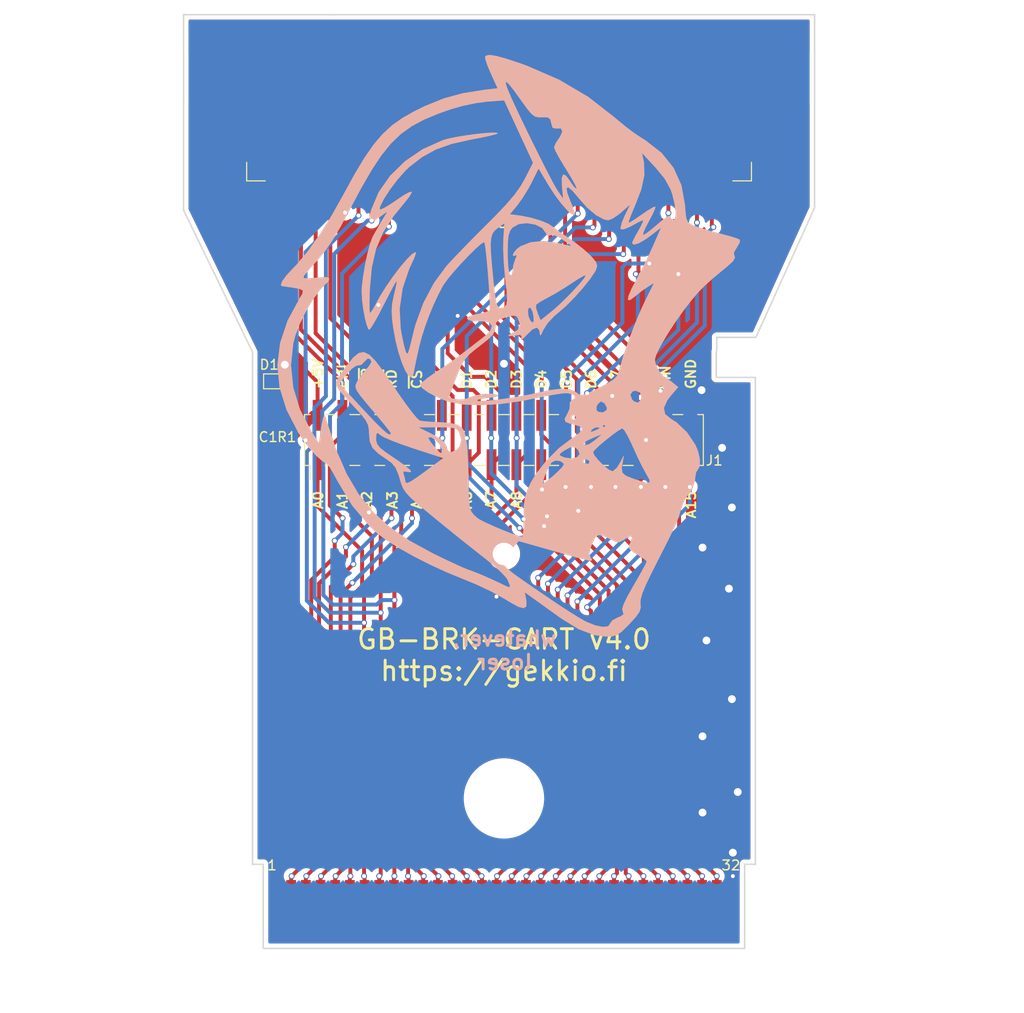
<source format=kicad_pcb>
(kicad_pcb (version 20211014) (generator pcbnew)
  (title_block (title "GB-BRK-CART") (rev "v4.0") (company "https://gekkio.fi"))
  (layers (0 "F.Cu" signal) (31 "B.Cu" signal) (34 "B.Paste" user) (35 "F.Paste" user) (36 "B.SilkS" user "B.Silkscreen") (37 "F.SilkS" user "F.Silkscreen") (38 "B.Mask" user) (39 "F.Mask" user) (44 "Edge.Cuts" user))
  (net 0 "")
  (net 1 "+5V")
  (net 2 "GND")
  (net 3 "Net-(D1-Pad2)")
  (net 4 "/A0")
  (net 5 "/PHI")
  (net 6 "/A1")
  (net 7 "/A2")
  (net 8 "/A3")
  (net 9 "/A4")
  (net 10 "/D0")
  (net 11 "/A5")
  (net 12 "/D1")
  (net 13 "/A6")
  (net 14 "/D2")
  (net 15 "/A7")
  (net 16 "/D3")
  (net 17 "/A8")
  (net 18 "/D4")
  (net 19 "/A9")
  (net 20 "/D5")
  (net 21 "/A10")
  (net 22 "/D6")
  (net 23 "/A11")
  (net 24 "/D7")
  (net 25 "/A12")
  (net 26 "/A13")
  (net 27 "/VIN")
  (net 28 "/A14")
  (net 29 "/A15")
  (net 30 "/~{RES}")
  (net 31 "/~{CS}")
  (net 32 "/~{RD}")
  (net 33 "/~{WR}")
  (footprint "Gekkio_MountingHole:MountingHole_7.2mm" (layer "F.Cu") (at 100 84.65)
    (fp_text reference "MK1" hide)
    (fp_text value "DNF" hide)
  )
  (footprint "Gekkio_MountingHole:MountingHole_2.3mm" (layer "F.Cu") (at 100 59.65)
    (fp_text reference "MK2" hide)
    (fp_text value "DNF" hide)
  )
  (footprint "Connector_PinHeader_2.54mm:PinHeader_2x16_P2.54mm_Vertical_SMD" (layer "F.Cu") (at 100 48 90)
    (fp_text reference "J1")
    (fp_text value "Conn_02x16_Odd_Even" hide)
  )
  (footprint "Resistor_SMD:R_0603_1608Metric" (layer "F.Cu") (at 77.8 45.2 90)
    (fp_text reference "R1")
    (fp_text value "3.3k")
  )
  (footprint "Gekkio_Connector_PCBEdge:GameBoy_Cartridge_1x32_P1.50mm_Edge" (layer "F.Cu") (at 100 96)
    (fp_text reference "J2" hide)
    (fp_text value "DNF" hide)
  )
  (footprint "Capacitor_SMD:C_0603_1608Metric" (layer "F.Cu") (at 75.9 45.2 90)
    (fp_text reference "C1")
    (fp_text value "0.1uF")
  )
  (footprint "LED_SMD:LED_0603_1608Metric" (layer "F.Cu") (at 76.9 42)
    (fp_text reference "D1")
    (fp_text value "LED_R")
  )
  (footprint "interposer:GameBoy_Cartridge_DSLite_1x32_P1.50mm_Socket_Horizontal" (layer "F.Cu") (at 99.5 16.25)
    (fp_text reference "J3")
    (fp_text value "DNF")
  )
  (footprint "interposer:loona" (layer "B.Cu") (at 99.89 38.48 180)
    (fp_text reference "G***")
    (fp_text value "LOGO" hide)
  )
  (gr_line (start 74.3 91.4) (end 74.3 39) (layer "Edge.Cuts") (width 0.15))
  (gr_line (start 67.25 4.5) (end 82.25 4.5) (layer "Edge.Cuts") (width 0.15))
  (gr_line (start 121.7 39) (end 121.75 38.75) (layer "Edge.Cuts") (width 0.15))
  (gr_line (start 121.75 38.75) (end 121.75 37.5) (layer "Edge.Cuts") (width 0.15))
  (gr_line (start 125.7 91.4) (end 125.7 41.6) (layer "Edge.Cuts") (width 0.15))
  (gr_line (start 75.4 100) (end 124.6 100) (layer "Edge.Cuts") (width 0.15))
  (gr_line (start 131.75 4.5) (end 131.25 4.5) (layer "Edge.Cuts") (width 0.15))
  (gr_line (start 131.75 24.25) (end 131.75 9.5) (layer "Edge.Cuts") (width 0.15))
  (gr_line (start 125.75 37.5) (end 131.75 24.25) (layer "Edge.Cuts") (width 0.15))
  (gr_line (start 124.6 100) (end 124.6 91.4) (layer "Edge.Cuts") (width 0.15))
  (gr_line (start 121.7 39) (end 121.7 41.6) (layer "Edge.Cuts") (width 0.15))
  (gr_line (start 124.6 91.4) (end 125.7 91.4) (layer "Edge.Cuts") (width 0.15))
  (gr_line (start 121.75 37.5) (end 125.75 37.5) (layer "Edge.Cuts") (width 0.15))
  (gr_line (start 125.7 41.6) (end 121.7 41.6) (layer "Edge.Cuts") (width 0.15))
  (gr_line (start 67.25 24.5) (end 67.25 4.5) (layer "Edge.Cuts") (width 0.15))
  (gr_line (start 75.4 91.4) (end 74.3 91.4) (layer "Edge.Cuts") (width 0.15))
  (gr_line (start 75.4 100) (end 75.4 91.4) (layer "Edge.Cuts") (width 0.15))
  (gr_line (start 131.75 9.5) (end 131.75 4.5) (layer "Edge.Cuts") (width 0.15))
  (gr_line (start 74.3 39) (end 67.25 24.5) (layer "Edge.Cuts") (width 0.15))
  (gr_line (start 82.25 4.5) (end 131.25 4.5) (layer "Edge.Cuts") (width 0.15))
  (gr_text "whatever,\nloser" (at 100.08 69.53) (layer "B.SilkS") (effects (font (size 1.5 1.5) (thickness 0.3)) (justify mirror)))
  (gr_text "~{RD}" (at 88.5 42.9 90) (layer "F.SilkS") (effects (font (size 1 1) (thickness 0.2)) (justify left)))
  (gr_text "~{CS}" (at 91.1 42.9 90) (layer "F.SilkS") (effects (font (size 1 1) (thickness 0.2)) (justify left)))
  (gr_text "D0" (at 93.6 42.9 90) (layer "F.SilkS") (effects (font (size 1 1) (thickness 0.2)) (justify left)))
  (gr_text "D1" (at 96.2 42.9 90) (layer "F.SilkS") (effects (font (size 1 1) (thickness 0.2)) (justify left)))
  (gr_text "D2" (at 98.7 42.9 90) (layer "F.SilkS") (effects (font (size 1 1) (thickness 0.2)) (justify left)))
  (gr_text "D3" (at 101.3 42.9 90) (layer "F.SilkS") (effects (font (size 1 1) (thickness 0.2)) (justify left)))
  (gr_text "D4" (at 103.8 42.9 90) (layer "F.SilkS") (effects (font (size 1 1) (thickness 0.2)) (justify left)))
  (gr_text "D5" (at 106.4 42.9 90) (layer "F.SilkS") (effects (font (size 1 1) (thickness 0.2)) (justify left)))
  (gr_text "D6" (at 108.9 42.9 90) (layer "F.SilkS") (effects (font (size 1 1) (thickness 0.2)) (justify left)))
  (gr_text "D7" (at 111.5 42.9 90) (layer "F.SilkS") (effects (font (size 1 1) (thickness 0.2)) (justify left)))
  (gr_text "~{RES}" (at 114 42.9 90) (layer "F.SilkS") (effects (font (size 1 1) (thickness 0.2)) (justify left)))
  (gr_text "VIN" (at 116.5 42.9 90) (layer "F.SilkS") (effects (font (size 1 1) (thickness 0.2)) (justify left)))
  (gr_text "GB-BRK-CART v4.0\nhttps://gekkio.fi" (at 100 70) (layer "F.SilkS") (effects (font (size 2 2) (thickness 0.3))))
  (gr_text "GND" (at 119.1 42.9 90) (layer "F.SilkS") (effects (font (size 1 1) (thickness 0.2)) (justify left)))
  (gr_text "A8" (at 101.3 53.1 90) (layer "F.SilkS") (effects (font (size 1 1) (thickness 0.2)) (justify right)))
  (gr_text "A6" (at 96.2 53.1 90) (layer "F.SilkS") (effects (font (size 1 1) (thickness 0.2)) (justify right)))
  (gr_text "A12" (at 111.4 53.1 90) (layer "F.SilkS") (effects (font (size 1 1) (thickness 0.2)) (justify right)))
  (gr_text "+5V" (at 81 42.9 90) (layer "F.SilkS") (effects (font (size 1 1) (thickness 0.2)) (justify left)))
  (gr_text "A13" (at 114 53.1 90) (layer "F.SilkS") (effects (font (size 1 1) (thickness 0.2)) (justify right)))
  (gr_text "A10" (at 106.3 53.1 90) (layer "F.SilkS") (effects (font (size 1 1) (thickness 0.2)) (justify right)))
  (gr_text "A14" (at 116.5 53.1 90) (layer "F.SilkS") (effects (font (size 1 1) (thickness 0.2)) (justify right)))
  (gr_text "~{WR}" (at 86 42.9 90) (layer "F.SilkS") (effects (font (size 1 1) (thickness 0.2)) (justify left)))
  (gr_text "A9" (at 103.8 53.1 90) (layer "F.SilkS") (effects (font (size 1 1) (thickness 0.2)) (justify right)))
  (gr_text "A2" (at 86 53.1 90) (layer "F.SilkS") (effects (font (size 1 1) (thickness 0.2)) (justify right)))
  (gr_text "A11" (at 108.9 53.1 90) (layer "F.SilkS") (effects (font (size 1 1) (thickness 0.2)) (justify right)))
  (gr_text "A0" (at 81 53.1 90) (layer "F.SilkS") (effects (font (size 1 1) (thickness 0.2)) (justify right)))
  (gr_text "A7" (at 98.7 53.1 90) (layer "F.SilkS") (effects (font (size 1 1) (thickness 0.2)) (justify right)))
  (gr_text "A4" (at 91.1 53.1 90) (layer "F.SilkS") (effects (font (size 1 1) (thickness 0.2)) (justify right)))
  (gr_text "A1" (at 83.5 53.1 90) (layer "F.SilkS") (effects (font (size 1 1) (thickness 0.2)) (justify right)))
  (gr_text "PHI" (at 83.5 42.9 90) (layer "F.SilkS") (effects (font (size 1 1) (thickness 0.2)) (justify left)))
  (gr_text "A15" (at 119.1 53.1 90) (layer "F.SilkS") (effects (font (size 1 1) (thickness 0.2)) (justify right)))
  (gr_text "A3" (at 88.6 53.1 90) (layer "F.SilkS") (effects (font (size 1 1) (thickness 0.2)) (justify right)))
  (gr_text "A5" (at 93.7 53.1 90) (layer "F.SilkS") (effects (font (size 1 1) (thickness 0.2)) (justify right)))
  (segment (start 79.461471 40.181572) (end 76.25 36.970101) (width 1) (layer "F.Cu") (net 1))
  (segment (start 76.6 49.442943) (end 79.461471 46.581471) (width 1) (layer "F.Cu") (net 1))
  (segment (start 80.425 46) (end 80.95 45.475) (width 0.4) (layer "F.Cu") (net 1))
  (segment (start 79.461471 46.581471) (end 80.567943 45.475) (width 1) (layer "F.Cu") (net 1))
  (segment (start 75.9 46) (end 77.8 46) (width 0.4) (layer "F.Cu") (net 1))
  (segment (start 80.95 42.094365) (end 76.25 37.394365) (width 0.4) (layer "F.Cu") (net 1))
  (segment (start 80.95 45.475) (end 80.95 42.094365) (width 0.4) (layer "F.Cu") (net 1))
  (segment (start 76.25 36.970101) (end 76.25 22.25) (width 1) (layer "F.Cu") (net 1))
  (segment (start 80.567943 45.475) (end 80.95 45.475) (width 1) (layer "F.Cu") (net 1))
  (segment (start 79.461471 46.581471) (end 79.461471 40.181572) (width 1) (layer "F.Cu") (net 1))
  (segment (start 77.8 46) (end 80.425 46) (width 0.4) (layer "F.Cu") (net 1))
  (segment (start 76.6 96) (end 76.6 49.442943) (width 1) (layer "F.Cu") (net 1))
  (segment (start 76.25 37.394365) (end 76.25 22.25) (width 0.4) (layer "F.Cu") (net 1))
  (segment (start 120.14 78.14) (end 120.3 78.3) (width 0.8) (layer "F.Cu") (net 2))
  (segment (start 120.3 78.3) (end 120.3 77.5) (width 0.8) (layer "F.Cu") (net 2))
  (segment (start 100 40.03) (end 95.27 35.3) (width 0.4) (layer "F.Cu") (net 2))
  (segment (start 121.605 45.475) (end 122.3 46.17) (width 1) (layer "F.Cu") (net 2))
  (segment (start 123.3 74.5) (end 123.3 71.1) (width 0.8) (layer "F.Cu") (net 2))
  (segment (start 120.3 86.1) (end 120.3 77.8) (width 0.8) (layer "F.Cu") (net 2))
  (segment (start 119.05 45.23) (end 119.05 46.23) (width 0.4) (layer "F.Cu") (net 2))
  (segment (start 119.05 45.475) (end 119.05 46.63) (width 1) (layer "F.Cu") (net 2))
  (segment (start 120.3 77.5) (end 123.3 74.5) (width 0.8) (layer "F.Cu") (net 2))
  (segment (start 120.14 77.64) (end 120.14 78.14) (width 0.8) (layer "F.Cu") (net 2))
  (segment (start 120.3 59) (end 120.3 57.9) (width 0.8) (layer "F.Cu") (net 2))
  (segment (start 119.05 45.475) (end 121.605 45.475) (width 1) (layer "F.Cu") (net 2))
  (segment (start 120.3 77.8) (end 120.14 77.64) (width 0.8) (layer "F.Cu") (net 2))
  (segment (start 123.3 71.1) (end 120.7 68.5) (width 0.8) (layer "F.Cu") (net 2))
  (segment (start 123 61.7) (end 120.3 59) (width 0.8) (layer "F.Cu") (net 2))
  (segment (start 119.05 44.05) (end 120.2 42.9) (width 1) (layer "F.Cu") (net 2))
  (segment (start 122.4 84) (end 120.3 86.1) (width 0.8) (layer "F.Cu") (net 2))
  (segment (start 123 62.52) (end 123 63.2) (width 0.8) (layer "F.Cu") (net 2))
  (segment (start 120.7 64.7) (end 122.94 62.46) (width 0.8) (layer "F.Cu") (net 2))
  (segment (start 122.94 62.46) (end 123 62.52) (width 0.8) (layer "F.Cu") (net 2))
  (segment (start 120.7 68.5) (end 120.7 64.7) (width 0.8) (layer "F.Cu") (net 2))
  (segment (start 122.3 46.17) (end 122.3 48.8) (width 1) (layer "F.Cu") (net 2))
  (segment (start 119.05 46.63) (end 122.22 49.8) (width 1) (layer "F.Cu") (net 2))
  (segment (start 123 63.2) (end 123 61.7) (width 0.8) (layer "F.Cu") (net 2))
  (segment (start 123.4 96) (end 123.4 92.6) (width 0.8) (layer "F.Cu") (net 2))
  (segment (start 122.22 49.8) (end 123.3 49.8) (width 1) (layer "F.Cu") (net 2))
  (segment (start 123.4 92.6) (end 123.4 90.2) (width 0.8) (layer "F.Cu") (net 2))
  (segment (start 123.4 84.5) (end 123.4 89.792894) (width 0.8) (layer "F.Cu") (net 2))
  (segment (start 100 40.2) (end 100 40.03) (width 0.4) (layer "F.Cu") (net 2))
  (segment (start 119.05 45.475) (end 119.05 44.05) (width 1) (layer "F.Cu") (net 2))
  (segment (start 123.9 84) (end 123.4 84.5) (width 0.8) (layer "F.Cu") (net 2))
  (segment (start 123.3 49.8) (end 122.3 48.8) (width 0.8) (layer "F.Cu") (net 2))
  (segment (start 120.3 57.9) (end 123.3 54.9) (width 0.8) (layer "F.Cu") (net 2))
  (segment (start 123.3 54.9) (end 123.3 49.8) (width 0.8) (layer "F.Cu") (net 2))
  (segment (start 123.9 84) (end 122.4 84) (width 0.8) (layer "F.Cu") (net 2))
  (via (at 120.3 78.3) (size 1) (drill 0.8) (layers "F.Cu" "B.Cu") (net 2))
  (via (at 123.3 74.5) (size 1) (drill 0.8) (layers "F.Cu" "B.Cu") (net 2))
  (via (at 123 63.2) (size 1) (drill 0.8) (layers "F.Cu" "B.Cu") (net 2))
  (via (at 120.3 59) (size 1) (drill 0.8) (layers "F.Cu" "B.Cu") (net 2))
  (via (at 123.3 54.9) (size 1) (drill 0.8) (layers "F.Cu" "B.Cu") (net 2))
  (via (at 122.3 48.8) (size 1) (drill 0.8) (layers "F.Cu" "B.Cu") (net 2))
  (via (at 120.3 86.1) (size 1) (drill 0.8) (layers "F.Cu" "B.Cu") (net 2))
  (via (at 77.6 40.3) (size 1) (drill 0.8) (layers "F.Cu" "B.Cu") (net 2))
  (via (at 100 40.2) (size 1) (drill 0.8) (layers "F.Cu" "B.Cu") (net 2))
  (via (at 120.2 42.9) (size 1) (drill 0.8) (layers "F.Cu" "B.Cu") (net 2))
  (via (at 99.23 64.02) (size 0.6) (drill 0.4) (layers "F.Cu" "B.Cu") (net 2))
  (via (at 123.9 84) (size 1) (drill 0.8) (layers "F.Cu" "B.Cu") (net 2))
  (via (at 123.4 90.2) (size 1) (drill 0.8) (layers "F.Cu" "B.Cu") (net 2))
  (via (at 123.4 92.6) (size 0.6) (drill 0.4) (layers "F.Cu" "B.Cu") (net 2))
  (via (at 95.27 35.3) (size 0.6) (drill 0.4) (layers "F.Cu" "B.Cu") (net 2))
  (via (at 120.7 68.5) (size 1) (drill 0.8) (layers "F.Cu" "B.Cu") (net 2))
  (via (at 87.17 34.19) (size 0.6) (drill 0.4) (layers "F.Cu" "B.Cu") (net 2))
  (segment (start 77.7 44.3) (end 77.8 44.4) (width 0.4) (layer "F.Cu") (net 3))
  (segment (start 77.8 42.1) (end 77.7 42) (width 0.4) (layer "F.Cu") (net 3))
  (segment (start 77.7 42) (end 77.7 44.3) (width 0.4) (layer "F.Cu") (net 3))
  (segment (start 80.95 49.25) (end 79.72 48.02) (width 0.4) (layer "F.Cu") (net 4))
  (segment (start 85.500001 59.332003) (end 80.95 54.782002) (width 0.4) (layer "F.Cu") (net 4))
  (segment (start 84.25 95.75) (end 84.25 92.65) (width 0.4) (layer "F.Cu") (net 4))
  (segment (start 83.77 24.74) (end 83.77 22.27) (width 0.4) (layer "F.Cu") (net 4))
  (segment (start 80.95 54.782002) (end 80.95 50.525) (width 0.4) (layer "F.Cu") (net 4))
  (segment (start 85.500001 62.931997) (end 85.500001 59.332003) (width 0.4) (layer "F.Cu") (net 4))
  (segment (start 83.77 22.27) (end 83.75 22.25) (width 0.4) (layer "F.Cu") (net 4))
  (segment (start 80.95 50.525) (end 80.95 49.25) (width 0.4) (layer "F.Cu") (net 4))
  (segment (start 84.3 92.6) (end 84.3 64.131998) (width 0.4) (layer "F.Cu") (net 4))
  (segment (start 84.25 92.65) (end 84.3 92.6) (width 0.4) (layer "F.Cu") (net 4))
  (segment (start 84.3 64.131998) (end 85.500001 62.931997) (width 0.4) (layer "F.Cu") (net 4))
  (via (at 79.72 48.02) (size 0.6) (drill 0.4) (layers "F.Cu" "B.Cu") (net 4))
  (via (at 84.3 92.6) (size 0.6) (drill 0.4) (layers "F.Cu" "B.Cu") (net 4))
  (via (at 83.77 24.74) (size 0.6) (drill 0.4) (layers "F.Cu" "B.Cu") (net 4))
  (segment (start 79.72 28.79) (end 83.77 24.74) (width 0.4) (layer "B.Cu") (net 4))
  (segment (start 79.72 48.02) (end 79.72 28.79) (width 0.4) (layer "B.Cu") (net 4))
  (segment (start 82.2 48.74) (end 83.49 47.45) (width 0.4) (layer "F.Cu") (net 5))
  (segment (start 83.49 47.45) (end 83.49 45.475) (width 0.4) (layer "F.Cu") (net 5))
  (segment (start 80.3 62.328004) (end 82.7 59.928004) (width 0.4) (layer "F.Cu") (net 5))
  (segment (start 82.2 54.7) (end 82.2 48.74) (width 0.4) (layer "F.Cu") (net 5))
  (segment (start 77.75 36.34863) (end 77.75 22.25) (width 0.4) (layer "F.Cu") (net 5))
  (segment (start 80.3 90.6) (end 80.3 62.328004) (width 0.4) (layer "F.Cu") (net 5))
  (segment (start 78.3 92.6) (end 80.3 90.6) (width 0.4) (layer "F.Cu") (net 5))
  (segment (start 78.25 95.75) (end 78.25 92.65) (width 0.4) (layer "F.Cu") (net 5))
  (segment (start 82.7 59.928004) (end 82.7 58.3) (width 0.4) (layer "F.Cu") (net 5))
  (segment (start 78.25 92.65) (end 78.3 92.6) (width 0.4) (layer "F.Cu") (net 5))
  (segment (start 83.49 42.08863) (end 77.75 36.34863) (width 0.4) (layer "F.Cu") (net 5))
  (segment (start 83.49 45.475) (end 83.49 42.08863) (width 0.4) (layer "F.Cu") (net 5))
  (segment (start 83.49 55.99) (end 83.5 56) (width 0.4) (layer "F.Cu") (net 5))
  (segment (start 83.5 56) (end 82.2 54.7) (width 0.4) (layer "F.Cu") (net 5))
  (via (at 82.7 58.3) (size 0.6) (drill 0.4) (layers "F.Cu" "B.Cu") (net 5))
  (via (at 83.5 56) (size 0.6) (drill 0.4) (layers "F.Cu" "B.Cu") (net 5))
  (via (at 78.3 92.6) (size 0.6) (drill 0.4) (layers "F.Cu" "B.Cu") (net 5))
  (segment (start 83.5 56) (end 83.5 57.5) (width 0.4) (layer "B.Cu") (net 5))
  (segment (start 83.5 57.5) (end 82.7 58.3) (width 0.4) (layer "B.Cu") (net 5))
  (segment (start 84.400001 55.732003) (end 86.5 57.832002) (width 0.4) (layer "F.Cu") (net 6))
  (segment (start 85.7 92.6) (end 85.7 64.88) (width 0.4) (layer "F.Cu") (net 6))
  (segment (start 85.75 95.75) (end 85.75 92.65) (width 0.4) (layer "F.Cu") (net 6))
  (segment (start 84.400001 53.410001) (end 84.400001 55.732003) (width 0.4) (layer "F.Cu") (net 6))
  (segment (start 85.7 63.863382) (end 85.7 64.88) (width 0.4) (layer "F.Cu") (net 6))
  (segment (start 86.5 63.063382) (end 85.7 63.863382) (width 0.4) (layer "F.Cu") (net 6))
  (segment (start 85.13 22.37) (end 85.25 22.25) (width 0.4) (layer "F.Cu") (net 6))
  (segment (start 85.13 25.05) (end 85.13 22.37) (width 0.4) (layer "F.Cu") (net 6))
  (segment (start 83.49 52.5) (end 84.400001 53.410001) (width 0.4) (layer "F.Cu") (net 6))
  (segment (start 83.49 50.525) (end 83.49 52.5) (width 0.4) (layer "F.Cu") (net 6))
  (segment (start 86.5 57.832002) (end 86.5 63.063382) (width 0.4) (layer "F.Cu") (net 6))
  (segment (start 85.75 92.65) (end 85.7 92.6) (width 0.4) (layer "F.Cu") (net 6))
  (via (at 85.7 92.6) (size 0.6) (drill 0.4) (layers "F.Cu" "B.Cu") (net 6))
  (via (at 85.13 25.05) (size 0.6) (drill 0.4) (layers "F.Cu" "B.Cu") (net 6))
  (via (at 85.7 66.69) (size 0.6) (drill 0.4) (layers "F.Cu" "B.Cu") (net 6))
  (segment (start 82.11 66.69) (end 79.85 64.43) (width 0.4) (layer "B.Cu") (net 6))
  (segment (start 79.85 64.43) (end 79.85 49.2) (width 0.4) (layer "B.Cu") (net 6))
  (segment (start 81.8 28.38) (end 85.13 25.05) (width 0.4) (layer "B.Cu") (net 6))
  (segment (start 81.8 43.52) (end 81.8 28.38) (width 0.4) (layer "B.Cu") (net 6))
  (segment (start 80.62 44.7) (end 81.8 43.52) (width 0.4) (layer "B.Cu") (net 6))
  (segment (start 79.85 49.2) (end 80.62 48.43) (width 0.4) (layer "B.Cu") (net 6))
  (segment (start 80.62 48.43) (end 80.62 44.7) (width 0.4) (layer "B.Cu") (net 6))
  (segment (start 85.7 66.69) (end 82.11 66.69) (width 0.4) (layer "B.Cu") (net 6))
  (segment (start 86.47 25.56) (end 86.47 22.53) (width 0.4) (layer "F.Cu") (net 7))
  (segment (start 87.4 92.45) (end 87.4 65.66) (width 0.4) (layer "F.Cu") (net 7))
  (segment (start 86.47 22.53) (end 86.75 22.25) (width 0.4) (layer "F.Cu") (net 7))
  (segment (start 87.4 54.147232) (end 87.4 65.66) (width 0.4) (layer "F.Cu") (net 7))
  (segment (start 87.25 92.6) (end 87.4 92.45) (width 0.4) (layer "F.Cu") (net 7))
  (segment (start 86.03 52.777232) (end 87.4 54.147232) (width 0.4) (layer "F.Cu") (net 7))
  (segment (start 86.03 50.525) (end 86.03 52.777232) (width 0.4) (layer "F.Cu") (net 7))
  (segment (start 87.25 95.75) (end 87.25 92.6) (width 0.4) (layer "F.Cu") (net 7))
  (via (at 87.25 92.6) (size 0.6) (drill 0.4) (layers "F.Cu" "B.Cu") (net 7))
  (via (at 86.47 25.56) (size 0.6) (drill 0.4) (layers "F.Cu" "B.Cu") (net 7))
  (via (at 87.4 65.66) (size 0.6) (drill 0.4) (layers "F.Cu" "B.Cu") (net 7))
  (segment (start 80.65 49.55) (end 80.65 64.09863) (width 0.4) (layer "B.Cu") (net 7))
  (segment (start 80.65 64.09863) (end 82.21137 65.66) (width 0.4) (layer "B.Cu") (net 7))
  (segment (start 82.21137 65.66) (end 87.4 65.66) (width 0.4) (layer "B.Cu") (net 7))
  (segment (start 86.06 25.56) (end 82.65 28.97) (width 0.4) (layer "B.Cu") (net 7))
  (segment (start 86.47 25.56) (end 86.06 25.56) (width 0.4) (layer "B.Cu") (net 7))
  (segment (start 82.65 28.97) (end 82.65 43.80137) (width 0.4) (layer "B.Cu") (net 7))
  (segment (start 81.42 45.03137) (end 81.42 48.78) (width 0.4) (layer "B.Cu") (net 7))
  (segment (start 82.65 43.80137) (end 81.42 45.03137) (width 0.4) (layer "B.Cu") (net 7))
  (segment (start 81.42 48.78) (end 80.65 49.55) (width 0.4) (layer "B.Cu") (net 7))
  (segment (start 89.500001 53.430001) (end 88.57 52.5) (width 0.4) (layer "F.Cu") (net 8))
  (segment (start 88.8 58.2) (end 89.500001 57.499999) (width 0.4) (layer "F.Cu") (net 8))
  (segment (start 88.8 62.42) (end 88.8 58.2) (width 0.4) (layer "F.Cu") (net 8))
  (segment (start 88.11 22.39) (end 88.25 22.25) (width 0.4) (layer "F.Cu") (net 8))
  (segment (start 88.57 52.5) (end 88.57 50.525) (width 0.4) (layer "F.Cu") (net 8))
  (segment (start 88.75 92.65) (end 88.8 92.6) (width 0.4) (layer "F.Cu") (net 8))
  (segment (start 88.24 26.18) (end 88.24 23.69) (width 0.4) (layer "F.Cu") (net 8))
  (segment (start 88.75 95.75) (end 88.75 92.65) (width 0.4) (layer "F.Cu") (net 8))
  (segment (start 88.8 92.6) (end 88.8 66.14) (width 0.4) (layer "F.Cu") (net 8))
  (segment (start 89.500001 57.499999) (end 89.500001 53.430001) (width 0.4) (layer "F.Cu") (net 8))
  (segment (start 88.8 64.37) (end 88.8 62.42) (width 0.4) (layer "F.Cu") (net 8))
  (segment (start 88.8 62.42) (end 88.8 66.14) (width 0.4) (layer "F.Cu") (net 8))
  (segment (start 88.24 23.69) (end 88.11 23.56) (width 0.4) (layer "F.Cu") (net 8))
  (segment (start 88.11 23.56) (end 88.11 22.39) (width 0.4) (layer "F.Cu") (net 8))
  (segment (start 88.8 66.14) (end 88.8 64.37) (width 0.4) (layer "F.Cu") (net 8))
  (via (at 88.8 64.37) (size 0.6) (drill 0.4) (layers "F.Cu" "B.Cu") (net 8))
  (via (at 88.24 26.18) (size 0.6) (drill 0.4) (layers "F.Cu" "B.Cu") (net 8))
  (via (at 88.8 92.6) (size 0.6) (drill 0.4) (layers "F.Cu" "B.Cu") (net 8))
  (segment (start 87.46 64.37) (end 87 64.83) (width 0.4) (layer "B.Cu") (net 8))
  (segment (start 81.54137 63.85863) (end 81.54137 49.79) (width 0.4) (layer "B.Cu") (net 8))
  (segment (start 81.54137 49.79) (end 82.22 49.11137) (width 0.4) (layer "B.Cu") (net 8))
  (segment (start 88.8 64.37) (end 87.46 64.37) (width 0.4) (layer "B.Cu") (net 8))
  (segment (start 82.51274 64.83) (end 81.54137 63.85863) (width 0.4) (layer "B.Cu") (net 8))
  (segment (start 83.45 30.97) (end 88.24 26.18) (width 0.4) (layer "B.Cu") (net 8))
  (segment (start 87 64.83) (end 82.51274 64.83) (width 0.4) (layer "B.Cu") (net 8))
  (segment (start 82.22 45.49) (end 83.45 44.26) (width 0.4) (layer "B.Cu") (net 8))
  (segment (start 88.8 64.37) (end 88.76 64.33) (width 0.4) (layer "B.Cu") (net 8))
  (segment (start 82.22 49.11137) (end 82.22 45.49) (width 0.4) (layer "B.Cu") (net 8))
  (segment (start 83.45 44.26) (end 83.45 30.97) (width 0.4) (layer "B.Cu") (net 8))
  (segment (start 91.11 50.525) (end 92.36 49.275) (width 0.4) (layer "F.Cu") (net 9))
  (segment (start 91.11 52.5) (end 91.7 53.09) (width 0.4) (layer "F.Cu") (net 9))
  (segment (start 92.36 43.8) (end 89.75 41.19) (width 0.4) (layer "F.Cu") (net 9))
  (segment (start 91.7 56.9) (end 90.2 58.4) (width 0.4) (layer "F.Cu") (net 9))
  (segment (start 91.11 50.525) (end 91.11 52.5) (width 0.4) (layer "F.Cu") (net 9))
  (segment (start 90.25 92.65) (end 90.2 92.6) (width 0.4) (layer "F.Cu") (net 9))
  (segment (start 90.25 95.75) (end 90.25 92.65) (width 0.4) (layer "F.Cu") (net 9))
  (segment (start 91.7 53.09) (end 91.7 56.9) (width 0.4) (layer "F.Cu") (net 9))
  (segment (start 89.75 41.19) (end 89.75 22.25) (width 0.4) (layer "F.Cu") (net 9))
  (segment (start 90.2 58.4) (end 90.2 92.6) (width 0.4) (layer "F.Cu") (net 9))
  (segment (start 92.36 49.275) (end 92.36 43.8) (width 0.4) (layer "F.Cu") (net 9))
  (via (at 90.2 92.6) (size 0.6) (drill 0.4) (layers "F.Cu" "B.Cu") (net 9))
  (segment (start 93.7 47.8) (end 93.7 45.525) (width 0.4) (layer "F.Cu") (net 10))
  (segment (start 107.54 24.85) (end 107.54 22.46) (width 0.4) (layer "F.Cu") (net 10))
  (segment (start 93.7 45.525) (end 93.65 45.475) (width 0.4) (layer "F.Cu") (net 10))
  (segment (start 108.25 92.6) (end 108.25 95.75) (width 0.4) (layer "F.Cu") (net 10))
  (segment (start 103.5 58.9) (end 101.6 57) (width 0.4) (layer "F.Cu") (net 10))
  (segment (start 104.9 58.9) (end 103.5 58.9) (width 0.4) (layer "F.Cu") (net 10))
  (segment (start 109.8 91.05) (end 109.8 63.8) (width 0.4) (layer "F.Cu") (net 10))
  (segment (start 108.25 92.6) (end 109.8 91.05) (width 0.4) (layer "F.Cu") (net 10))
  (segment (start 109.8 63.8) (end 104.9 58.9) (width 0.4) (layer "F.Cu") (net 10))
  (segment (start 107.54 22.46) (end 107.75 22.25) (width 0.4) (layer "F.Cu") (net 10))
  (via (at 108.25 92.6) (size 0.6) (drill 0.4) (layers "F.Cu" "B.Cu") (net 10))
  (via (at 93.7 47.8) (size 0.6) (drill 0.4) (layers "F.Cu" "B.Cu") (net 10))
  (via (at 107.54 24.85) (size 0.6) (drill 0.4) (layers "F.Cu" "B.Cu") (net 10))
  (via (at 101.6 57) (size 0.6) (drill 0.4) (layers "F.Cu" "B.Cu") (net 10))
  (segment (start 93.7 47.8) (end 93.7 49.1) (width 0.4) (layer "B.Cu") (net 10))
  (segment (start 93.7 49.1) (end 101.6 57) (width 0.4) (layer "B.Cu") (net 10))
  (segment (start 93.7 38.69) (end 107.54 24.85) (width 0.4) (layer "B.Cu") (net 10))
  (segment (start 93.7 47.8) (end 93.7 38.69) (width 0.4) (layer "B.Cu") (net 10))
  (segment (start 93.65 56.95) (end 91.2 59.4) (width 0.4) (layer "F.Cu") (net 11))
  (segment (start 93.65 50.525) (end 93.65 56.95) (width 0.4) (layer "F.Cu") (net 11))
  (segment (start 91.75 95.75) (end 91.75 92.65) (width 0.4) (layer "F.Cu") (net 11))
  (segment (start 91.25 40.01) (end 91.25 22.25) (width 0.4) (layer "F.Cu") (net 11))
  (segment (start 94.75 49.425) (end 94.75 43.51) (width 0.4) (layer "F.Cu") (net 11))
  (segment (start 93.65 50.525) (end 94.75 49.425) (width 0.4) (layer "F.Cu") (net 11))
  (segment (start 91.2 92) (end 91.8 92.6) (width 0.4) (layer "F.Cu") (net 11))
  (segment (start 91.75 92.65) (end 91.8 92.6) (width 0.4) (layer "F.Cu") (net 11))
  (segment (start 94.75 43.51) (end 91.25 40.01) (width 0.4) (layer "F.Cu") (net 11))
  (segment (start 91.2 59.4) (end 91.2 92) (width 0.4) (layer "F.Cu") (net 11))
  (via (at 91.8 92.6) (size 0.6) (drill 0.4) (layers "F.Cu" "B.Cu") (net 11))
  (segment (start 109.75 92.6) (end 110.7 91.65) (width 0.4) (layer "F.Cu") (net 12))
  (segment (start 103.919953 58) (end 102.006139 56.086186) (width 0.4) (layer "F.Cu") (net 12))
  (segment (start 110.7 91.65) (end 110.7 63.400006) (width 0.4) (layer "F.Cu") (net 12))
  (segment (start 96.2 45.485) (end 96.19 45.475) (width 0.4) (layer "F.Cu") (net 12))
  (segment (start 109.08 26.26) (end 109.25 26.09) (width 0.4) (layer "F.Cu") (net 12))
  (segment (start 96.2 47.8) (end 96.2 45.485) (width 0.4) (layer "F.Cu") (net 12))
  (segment (start 110.7 63.400006) (end 105.299994 58) (width 0.4) (layer "F.Cu") (net 12))
  (segment (start 109.25 26.09) (end 109.25 22.25) (width 0.4) (layer "F.Cu") (net 12))
  (segment (start 105.299994 58) (end 103.919953 58) (width 0.4) (layer "F.Cu") (net 12))
  (segment (start 109.75 92.6) (end 109.75 95.75) (width 0.4) (layer "F.Cu") (net 12))
  (via (at 109.08 26.26) (size 0.6) (drill 0.4) (layers "F.Cu" "B.Cu") (net 12))
  (via (at 96.2 47.8) (size 0.6) (drill 0.4) (layers "F.Cu" "B.Cu") (net 12))
  (via (at 102.006139 56.086186) (size 0.6) (drill 0.4) (layers "F.Cu" "B.Cu") (net 12))
  (via (at 109.75 92.6) (size 0.6) (drill 0.4) (layers "F.Cu" "B.Cu") (net 12))
  (segment (start 96.2 47.8) (end 96.2 37.38) (width 0.4) (layer "B.Cu") (net 12))
  (segment (start 107.32 26.26) (end 109.08 26.26) (width 0.4) (layer "B.Cu") (net 12))
  (segment (start 96.2 47.8) (end 96.2 50.280047) (width 0.4) (layer "B.Cu") (net 12))
  (segment (start 96.2 50.280047) (end 102.006139 56.086186) (width 0.4) (layer "B.Cu") (net 12))
  (segment (start 101.52 32.06) (end 107.32 26.26) (width 0.4) (layer "B.Cu") (net 12))
  (segment (start 96.2 37.38) (end 101.52 32.06) (width 0.4) (layer "B.Cu") (net 12))
  (segment (start 93.25 92.65) (end 93.3 92.6) (width 0.4) (layer "F.Cu") (net 13))
  (segment (start 92.75 22.25) (end 92.75 40.37863) (width 0.4) (layer "F.Cu") (net 13))
  (segment (start 95.25137 42.88) (end 96.87 42.88) (width 0.4) (layer "F.Cu") (net 13))
  (segment (start 97.43 49.285) (end 96.19 50.525) (width 0.4) (layer "F.Cu") (net 13))
  (segment (start 96.87 42.88) (end 97.43 43.44) (width 0.4) (layer "F.Cu") (net 13))
  (segment (start 93.3 92.6) (end 92.2 91.5) (width 0.4) (layer "F.Cu") (net 13))
  (segment (start 92.75 40.37863) (end 95.25137 42.88) (width 0.4) (layer "F.Cu") (net 13))
  (segment (start 92.2 59.9) (end 96.19 55.91) (width 0.4) (layer "F.Cu") (net 13))
  (segment (start 93.25 95.75) (end 93.25 92.65) (width 0.4) (layer "F.Cu") (net 13))
  (segment (start 92.2 91.5) (end 92.2 59.9) (width 0.4) (layer "F.Cu") (net 13))
  (segment (start 96.19 55.91) (end 96.19 50.525) (width 0.4) (layer "F.Cu") (net 13))
  (segment (start 97.43 43.44) (end 97.43 49.285) (width 0.4) (layer "F.Cu") (net 13))
  (via (at 93.3 92.6) (size 0.6) (drill 0.4) (layers "F.Cu" "B.Cu") (net 13))
  (segment (start 111.25 92.6) (end 111.549999 92.300001) (width 0.4) (layer "F.Cu") (net 14))
  (segment (start 105.500014 56.8) (end 104.1 56.8) (width 0.4) (layer "F.Cu") (net 14))
  (segment (start 110.72 27.45) (end 110.75 27.42) (width 0.4) (layer "F.Cu") (net 14))
  (segment (start 98.7 47.8) (end 98.7 45.505) (width 0.4) (layer "F.Cu") (net 14))
  (segment (start 98.7 45.505) (end 98.73 45.475) (width 0.4) (layer "F.Cu") (net 14))
  (segment (start 111.549999 62.849985) (end 105.500014 56.8) (width 0.4) (layer "F.Cu") (net 14))
  (segment (start 111.25 92.6) (end 111.25 95.75) (width 0.4) (layer "F.Cu") (net 14))
  (segment (start 110.75 27.42) (end 110.75 22.25) (width 0.4) (layer "F.Cu") (net 14))
  (segment (start 111.549999 92.300001) (end 111.549999 62.849985) (width 0.4) (layer "F.Cu") (net 14))
  (via (at 98.7 47.8) (size 0.6) (drill 0.4) (layers "F.Cu" "B.Cu") (net 14))
  (via (at 104.1 56.8) (size 0.6) (drill 0.4) (layers "F.Cu" "B.Cu") (net 14))
  (via (at 111.25 92.6) (size 0.6) (drill 0.4) (layers "F.Cu" "B.Cu") (net 14))
  (via (at 110.72 27.45) (size 0.6) (drill 0.4) (layers "F.Cu" "B.Cu") (net 14))
  (segment (start 98.7 36.04) (end 101.62 33.12) (width 0.4) (layer "B.Cu") (net 14))
  (segment (start 101.62 33.12) (end 107.29 27.45) (width 0.4) (layer "B.Cu") (net 14))
  (segment (start 98.7 51.4) (end 104.1 56.8) (width 0.4) (layer "B.Cu") (net 14))
  (segment (start 98.7 47.8) (end 98.7 51.4) (width 0.4) (layer "B.Cu") (net 14))
  (segment (start 98.7 47.8) (end 98.7 36.04) (width 0.4) (layer "B.Cu") (net 14))
  (segment (start 107.29 27.45) (end 110.72 27.45) (width 0.4) (layer "B.Cu") (net 14))
  (segment (start 98.73 50.525) (end 99.83 49.425) (width 0.4) (layer "F.Cu") (net 15))
  (segment (start 94.25 39.13) (end 94.25 22.25) (width 0.4) (layer "F.Cu") (net 15))
  (segment (start 93.2 91.1) (end 94.7 92.6) (width 0.4) (layer "F.Cu") (net 15))
  (segment (start 98.07 41.54) (end 96.66 41.54) (width 0.4) (layer "F.Cu") (net 15))
  (segment (start 99.83 49.425) (end 99.83 43.3) (width 0.4) (layer "F.Cu") (net 15))
  (segment (start 98.73 50.525) (end 98.73 54.77) (width 0.4) (layer "F.Cu") (net 15))
  (segment (start 96.66 41.54) (end 94.25 39.13) (width 0.4) (layer "F.Cu") (net 15))
  (segment (start 99.83 43.3) (end 98.07 41.54) (width 0.4) (layer "F.Cu") (net 15))
  (segment (start 93.2 60.3) (end 93.2 91.1) (width 0.4) (layer "F.Cu") (net 15))
  (segment (start 94.75 95.75) (end 94.75 92.65) (width 0.4) (layer "F.Cu") (net 15))
  (segment (start 98.73 54.77) (end 93.2 60.3) (width 0.4) (layer "F.Cu") (net 15))
  (segment (start 94.75 92.65) (end 94.7 92.6) (width 0.4) (layer "F.Cu") (net 15))
  (via (at 94.7 92.6) (size 0.6) (drill 0.4) (layers "F.Cu" "B.Cu") (net 15))
  (segment (start 105.899996 55.8) (end 104.4 55.8) (width 0.4) (layer "F.Cu") (net 16))
  (segment (start 101.3 47.8) (end 101.3 45.505) (width 0.4) (layer "F.Cu") (net 16))
  (segment (start 112.19 28.99) (end 112.25 28.93) (width 0.4) (layer "F.Cu") (net 16))
  (segment (start 112.75 92.6) (end 112.75 95.75) (width 0.4) (layer "F.Cu") (net 16))
  (segment (start 112.25 28.93) (end 112.25 22.25) (width 0.4) (layer "F.Cu") (net 16))
  (segment (start 112.450001 92.300001) (end 112.450001 62.350005) (width 0.4) (layer "F.Cu") (net 16))
  (segment (start 101.3 45.505) (end 101.27 45.475) (width 0.4) (layer "F.Cu") (net 16))
  (segment (start 112.450001 62.350005) (end 105.899996 55.8) (width 0.4) (layer "F.Cu") (net 16))
  (segment (start 112.75 92.6) (end 112.450001 92.300001) (width 0.4) (layer "F.Cu") (net 16))
  (via (at 112.75 92.6) (size 0.6) (drill 0.4) (layers "F.Cu" "B.Cu") (net 16))
  (via (at 112.19 28.99) (size 0.6) (drill 0.4) (layers "F.Cu" "B.Cu") (net 16))
  (via (at 104.4 55.8) (size 0.6) (drill 0.4) (layers "F.Cu" "B.Cu") (net 16))
  (via (at 101.3 47.8) (size 0.6) (drill 0.4) (layers "F.Cu" "B.Cu") (net 16))
  (segment (start 105.500685 30.370685) (end 106.88137 28.99) (width 0.4) (layer "B.Cu") (net 16))
  (segment (start 101.3 47.8) (end 101.3 34.57137) (width 0.4) (layer "B.Cu") (net 16))
  (segment (start 101.3 34.57137) (end 105.500685 30.370685) (width 0.4) (layer "B.Cu") (net 16))
  (segment (start 101.3 47.8) (end 101.3 52.7) (width 0.4) (layer "B.Cu") (net 16))
  (segment (start 106.88137 28.99) (end 112.19 28.99) (width 0.4) (layer "B.Cu") (net 16))
  (segment (start 101.3 52.7) (end 104.4 55.8) (width 0.4) (layer "B.Cu") (net 16))
  (segment (start 102.37 49.425) (end 102.37 40.5) (width 0.4) (layer "F.Cu") (net 17))
  (segment (start 96.25 92.65) (end 96.2 92.6) (width 0.4) (layer "F.Cu") (net 17))
  (segment (start 96.25 95.75) (end 96.25 92.65) (width 0.4) (layer "F.Cu") (net 17))
  (segment (start 101.27 50.525) (end 101.27 53.63) (width 0.4) (layer "F.Cu") (net 17))
  (segment (start 94.2 90.6) (end 96.2 92.6) (width 0.4) (layer "F.Cu") (net 17))
  (segment (start 101.27 50.525) (end 102.37 49.425) (width 0.4) (layer "F.Cu") (net 17))
  (segment (start 102.37 40.5) (end 95.73 33.86) (width 0.4) (layer "F.Cu") (net 17))
  (segment (start 94.2 60.7) (end 94.2 90.6) (width 0.4) (layer "F.Cu") (net 17))
  (segment (start 101.27 53.63) (end 94.2 60.7) (width 0.4) (layer "F.Cu") (net 17))
  (segment (start 95.75 33.84) (end 95.75 22.25) (width 0.4) (layer "F.Cu") (net 17))
  (segment (start 95.73 33.86) (end 95.75 33.84) (width 0.4) (layer "F.Cu") (net 17))
  (via (at 96.2 92.6) (size 0.6) (drill 0.4) (layers "F.Cu" "B.Cu") (net 17))
  (segment (start 107.8 55.9) (end 107.6 55.7) (width 0.4) (layer "F.Cu") (net 18))
  (segment (start 107.8 55.9) (end 105.1 53.2) (width 0.4) (layer "F.Cu") (net 18))
  (segment (start 113.4 61.5) (end 107.8 55.9) (width 0.4) (layer "F.Cu") (net 18))
  (segment (start 107.6 55.7) (end 107.6 55.24) (width 0.4) (layer "F.Cu") (net 18))
  (segment (start 105.1 48.74) (end 103.81 47.45) (width 0.4) (layer "F.Cu") (net 18))
  (segment (start 114.25 92.6) (end 114.25 95.75) (width 0.4) (layer "F.Cu") (net 18))
  (segment (start 113.75 30.76) (end 113.75 22.25) (width 0.4) (layer "F.Cu") (net 18))
  (segment (start 114.25 92.6) (end 113.4 91.75) (width 0.4) (layer "F.Cu") (net 18))
  (segment (start 113.48 31.03) (end 113.75 30.76) (width 0.4) (layer "F.Cu") (net 18))
  (segment (start 103.81 47.45) (end 103.81 45.475) (width 0.4) (layer "F.Cu") (net 18))
  (segment (start 113.4 91.75) (end 113.4 61.5) (width 0.4) (layer "F.Cu") (net 18))
  (segment (start 105.1 53.2) (end 105.1 48.74) (width 0.4) (layer "F.Cu") (net 18))
  (via (at 107.6 55.24) (size 0.6) (drill 0.4) (layers "F.Cu" "B.Cu") (net 18))
  (via (at 114.25 92.6) (size 0.6) (drill 0.4) (layers "F.Cu" "B.Cu") (net 18))
  (via (at 113.48 31.03) (size 0.6) (drill 0.4) (layers "F.Cu" "B.Cu") (net 18))
  (segment (start 113.69 31.24) (end 113.48 31.03) (width 0.4) (layer "B.Cu") (net 18))
  (segment (start 113.69 35.97) (end 113.69 31.24) (width 0.4) (layer "B.Cu") (net 18))
  (segment (start 107.6 42.06) (end 113.69 35.97) (width 0.4) (layer "B.Cu") (net 18))
  (segment (start 107.6 55.24) (end 107.6 42.06) (width 0.4) (layer "B.Cu") (net 18))
  (segment (start 97.75 92.65) (end 97.7 92.6) (width 0.4) (layer "F.Cu") (net 19))
  (segment (start 95.2 61.11) (end 95.2 90.1) (width 0.4) (layer "F.Cu") (net 19))
  (segment (start 103.86 40.57) (end 103.86 42.3) (width 0.4) (layer "F.Cu") (net 19))
  (segment (start 103.645 52.815) (end 103.495 52.815) (width 0.4) (layer "F.Cu") (net 19))
  (segment (start 97.75 95.75) (end 97.75 92.65) (width 0.4) (layer "F.Cu") (net 19))
  (segment (start 97.25 22.25) (end 97.25 33.96) (width 0.4) (layer "F.Cu") (net 19))
  (segment (start 102.44 39.15) (end 103.86 40.57) (width 0.4) (layer "F.Cu") (net 19))
  (segment (start 95.2 90.1) (end 97.7 92.6) (width 0.4) (layer "F.Cu") (net 19))
  (segment (start 103.89 53.06) (end 103.645 52.815) (width 0.4) (layer "F.Cu") (net 19))
  (segment (start 103.81 52.5) (end 103.495 52.815) (width 0.4) (layer "F.Cu") (net 19))
  (segment (start 97.25 33.96) (end 102.44 39.15) (width 0.4) (layer "F.Cu") (net 19))
  (segment (start 103.495 52.815) (end 95.2 61.11) (width 0.4) (layer "F.Cu") (net 19))
  (segment (start 103.81 50.525) (end 103.81 52.5) (width 0.4) (layer "F.Cu") (net 19))
  (via (at 103.86 42.3) (size 0.6) (drill 0.4) (layers "F.Cu" "B.Cu") (net 19))
  (via (at 97.7 92.6) (size 0.6) (drill 0.4) (layers "F.Cu" "B.Cu") (net 19))
  (via (at 103.89 53.06) (size 0.6) (drill 0.4) (layers "F.Cu" "B.Cu") (net 19))
  (segment (start 103.86 42.3) (end 103.86 53.03) (width 0.4) (layer "B.Cu") (net 19))
  (segment (start 103.86 53.03) (end 103.89 53.06) (width 0.4) (layer "B.Cu") (net 19))
  (segment (start 107.450001 53.150001) (end 107.450001 48.550001) (width 0.4) (layer "F.Cu") (net 20))
  (segment (start 114.3 60) (end 107.450001 53.150001) (width 0.4) (layer "F.Cu") (net 20))
  (segment (start 106.35 45.475) (end 106.35 42.29) (width 0.4) (layer "F.Cu") (net 20))
  (segment (start 115.25 29.56) (end 115.25 22.25) (width 0.4) (layer "F.Cu") (net 20))
  (segment (start 107.450001 48.550001) (end 106.35 47.45) (width 0.4) (layer "F.Cu") (net 20))
  (segment (start 106.35 42.29) (end 106.48 42.16) (width 0.4) (layer "F.Cu") (net 20))
  (segment (start 114.86 29.95) (end 115.25 29.56) (width 0.4) (layer "F.Cu") (net 20))
  (segment (start 115.75 92.6) (end 114.3 91.15) (width 0.4) (layer "F.Cu") (net 20))
  (segment (start 106.35 47.45) (end 106.35 45.475) (width 0.4) (layer "F.Cu") (net 20))
  (segment (start 115.75 92.6) (end 115.75 95.75) (width 0.4) (layer "F.Cu") (net 20))
  (segment (start 114.3 91.15) (end 114.3 60) (width 0.4) (layer "F.Cu") (net 20))
  (via (at 106.48 42.16) (size 0.6) (drill 0.4) (layers "F.Cu" "B.Cu") (net 20))
  (via (at 114.86 29.95) (size 0.6) (drill 0.4) (layers "F.Cu" "B.Cu") (net 20))
  (via (at 115.75 92.6) (size 0.6) (drill 0.4) (layers "F.Cu" "B.Cu") (net 20))
  (segment (start 112.48 29.95) (end 114.86 29.95) (width 0.4) (layer "B.Cu") (net 20))
  (segment (start 106.48 42.16) (end 106.48 41.24) (width 0.4) (layer "B.Cu") (net 20))
  (segment (start 106.86 41.24) (end 112.105 35.995) (width 0.4) (layer "B.Cu") (net 20))
  (segment (start 112.105 30.325) (end 112.48 29.95) (width 0.4) (layer "B.Cu") (net 20))
  (segment (start 106.48 41.24) (end 106.86 41.24) (width 0.4) (layer "B.Cu") (net 20))
  (segment (start 112.105 35.995) (end 112.105 30.325) (width 0.4) (layer "B.Cu") (net 20))
  (segment (start 104.94 47.34) (end 104.94 40.51863) (width 0.4) (layer "F.Cu") (net 21))
  (segment (start 106.35 48.75) (end 104.94 47.34) (width 0.4) (layer "F.Cu") (net 21))
  (segment (start 103.5 66.5) (end 103.5 62.1) (width 0.4) (layer "F.Cu") (net 21))
  (segment (start 106.35 50.525) (end 106.35 48.75) (width 0.4) (layer "F.Cu") (net 21))
  (segment (start 106.35 50.525) (end 106.35 52.75) (width 0.4) (layer "F.Cu") (net 21))
  (segment (start 98.75 34.32863) (end 98.75 22.25) (width 0.4) (layer "F.Cu") (net 21))
  (segment (start 99.25 95.75) (end 99.25 92.65) (width 0.4) (layer "F.Cu") (net 21))
  (segment (start 106.35 52.75) (end 106.3 52.8) (width 0.4) (layer "F.Cu") (net 21))
  (segment (start 104.4 87.5) (end 104.4 67.4) (width 0.4) (layer "F.Cu") (net 21))
  (segment (start 104.4 67.4) (end 103.5 66.5) (width 0.4) (layer "F.Cu") (net 21))
  (segment (start 104.94 40.51863) (end 98.75 34.32863) (width 0.4) (layer "F.Cu") (net 21))
  (segment (start 99.25 92.65) (end 99.3 92.6) (width 0.4) (layer "F.Cu") (net 21))
  (segment (start 99.3 92.6) (end 104.4 87.5) (width 0.4) (layer "F.Cu") (net 21))
  (via (at 103.5 62.1) (size 0.6) (drill 0.4) (layers "F.Cu" "B.Cu") (net 21))
  (via (at 106.3 52.8) (size 0.6) (drill 0.4) (layers "F.Cu" "B.Cu") (net 21))
  (via (at 99.3 92.6) (size 0.6) (drill 0.4) (layers "F.Cu" "B.Cu") (net 21))
  (segment (start 106.3 59.3) (end 103.5 62.1) (width 0.4) (layer "B.Cu") (net 21))
  (segment (start 106.3 52.8) (end 106.3 59.3) (width 0.4) (layer "B.Cu") (net 21))
  (segment (start 116.81 24.79) (end 116.81 22.31) (width 0.4) (layer "F.Cu") (net 22))
  (segment (start 117.25 92.6) (end 117.25 95.75) (width 0.4) (layer "F.Cu") (net 22))
  (segment (start 109.990001 52.990001) (end 109.990001 48.550001) (width 0.4) (layer "F.Cu") (net 22))
  (segment (start 116.81 22.31) (end 116.75 22.25) (width 0.4) (layer "F.Cu") (net 22))
  (segment (start 108.89 43.6005) (end 108.4995 43.21) (width 0.4) (layer "F.Cu") (net 22))
  (segment (start 109.990001 48.550001) (end 108.89 47.45) (width 0.4) (layer "F.Cu") (net 22))
  (segment (start 108.89 47.45) (end 108.89 45.475) (width 0.4) (layer "F.Cu") (net 22))
  (segment (start 115.2 58.2) (end 109.990001 52.990001) (width 0.4) (layer "F.Cu") (net 22))
  (segment (start 108.89 45.475) (end 108.89 43.6005) (width 0.4) (layer "F.Cu") (net 22))
  (segment (start 115.2 90.55) (end 115.2 58.2) (width 0.4) (layer "F.Cu") (net 22))
  (segment (start 117.25 92.6) (end 115.2 90.55) (width 0.4) (layer "F.Cu") (net 22))
  (via (at 117.25 92.6) (size 0.6) (drill 0.4) (layers "F.Cu" "B.Cu") (net 22))
  (via (at 116.81 24.79) (size 0.6) (drill 0.4) (layers "F.Cu" "B.Cu") (net 22))
  (via (at 108.4995 43.21) (size 0.6) (drill 0.4) (layers "F.Cu" "B.Cu") (net 22))
  (segment (start 116.81 34.8995) (end 108.4995 43.21) (width 0.4) (layer "B.Cu") (net 22))
  (segment (start 116.81 24.79) (end 116.81 34.8995) (width 0.4) (layer "B.Cu") (net 22))
  (segment (start 107.45 41.81) (end 100.18 34.54) (width 0.4) (layer "F.Cu") (net 23))
  (segment (start 100.75 95.75) (end 100.75 92.65) (width 0.4) (layer "F.Cu") (net 23))
  (segment (start 107.45 47.14137) (end 107.45 41.81) (width 0.4) (layer "F.Cu") (net 23))
  (segment (start 100.25 34.47) (end 100.25 22.25) (width 0.4) (layer "F.Cu") (net 23))
  (segment (start 108.89 48.58137) (end 107.45 47.14137) (width 0.4) (layer "F.Cu") (net 23))
  (segment (start 108.89 52.79) (end 108.9 52.8) (width 0.4) (layer "F.Cu") (net 23))
  (segment (start 100.8 92.6) (end 105.3 88.1) (width 0.4) (layer "F.Cu") (net 23))
  (segment (start 108.89 50.525) (end 108.89 52.79) (width 0.4) (layer "F.Cu") (net 23))
  (segment (start 104.499994 66.299994) (end 104.499994 62.7) (width 0.4) (layer "F.Cu") (net 23))
  (segment (start 108.89 50.525) (end 108.89 48.58137) (width 0.4) (layer "F.Cu") (net 23))
  (segment (start 100.18 34.54) (end 100.25 34.47) (width 0.4) (layer "F.Cu") (net 23))
  (segment (start 105.3 67.1) (end 104.499994 66.299994) (width 0.4) (layer "F.Cu") (net 23))
  (segment (start 105.3 88.1) (end 105.3 67.1) (width 0.4) (layer "F.Cu") (net 23))
  (segment (start 100.75 92.65) (end 100.8 92.6) (width 0.4) (layer "F.Cu") (net 23))
  (via (at 108.9 52.8) (size 0.6) (drill 0.4) (layers "F.Cu" "B.Cu") (net 23))
  (via (at 104.499994 62.7) (size 0.6) (drill 0.4) (layers "F.Cu" "B.Cu") (net 23))
  (via (at 100.8 92.6) (size 0.6) (drill 0.4) (layers "F.Cu" "B.Cu") (net 23))
  (segment (start 108.9 58.299994) (end 104.499994 62.7) (width 0.4) (layer "B.Cu") (net 23))
  (segment (start 108.9 52.8) (end 108.9 58.299994) (width 0.4) (layer "B.Cu") (net 23))
  (segment (start 112.7 48.72) (end 111.43 47.45) (width 0.4) (layer "F.Cu") (net 24))
  (segment (start 111.43 43.854162) (end 111.0695 43.493662) (width 0.4) (layer "F.Cu") (net 24))
  (segment (start 118.25 22.25) (end 118.25 27.62) (width 0.4) (layer "F.Cu") (net 24))
  (segment (start 116.1 57.1) (end 112.7 53.7) (width 0.4) (layer "F.Cu") (net 24))
  (segment (start 112.7 53.7) (end 112.7 48.72) (width 0.4) (layer "F.Cu") (net 24))
  (segment (start 111.43 47.45) (end 111.43 45.475) (width 0.4) (layer "F.Cu") (net 24))
  (segment (start 117.83 28.04) (end 117.83 31.03) (width 0.4) (layer "F.Cu") (net 24))
  (segment (start 118.25 27.62) (end 117.83 28.04) (width 0.4) (layer "F.Cu") (net 24))
  (segment (start 118.75 92.6) (end 116.1 89.95) (width 0.4) (layer "F.Cu") (net 24))
  (segment (start 118.75 92.6) (end 118.75 95.75) (width 0.4) (layer "F.Cu") (net 24))
  (segment (start 111.43 45.475) (end 111.43 43.854162) (width 0.4) (layer "F.Cu") (net 24))
  (segment (start 116.1 89.95) (end 116.1 57.1) (width 0.4) (layer "F.Cu") (net 24))
  (via (at 118.75 92.6) (size 0.6) (drill 0.4) (layers "F.Cu" "B.Cu") (net 24))
  (via (at 111.0695 43.493662) (size 0.6) (drill 0.4) (layers "F.Cu" "B.Cu") (net 24))
  (via (at 117.83 31.03) (size 0.6) (drill 0.4) (layers "F.Cu" "B.Cu") (net 24))
  (segment (start 111.0695 43.493662) (end 117.83 36.733162) (width 0.4) (layer "B.Cu") (net 24))
  (segment (start 117.83 36.733162) (end 117.83 31.03) (width 0.4) (layer "B.Cu") (net 24))
  (segment (start 110.17 47.59863) (end 111.43 48.85863) (width 0.4) (layer "F.Cu") (net 25))
  (segment (start 101.75 22.25) (end 101.75 34.97863) (width 0.4) (layer "F.Cu") (net 25))
  (segment (start 102.25 95.75) (end 102.25 92.65) (width 0.4) (layer "F.Cu") (net 25))
  (segment (start 105.5 66.1) (end 105.5 63.3) (width 0.4) (layer "F.Cu") (net 25))
  (segment (start 111.43 48.85863) (end 111.43 50.525) (width 0.4) (layer "F.Cu") (net 25))
  (segment (start 106.2 88.7) (end 106.2 66.8) (width 0.4) (layer "F.Cu") (net 25))
  (segment (start 102.25 92.65) (end 102.3 92.6) (width 0.4) (layer "F.Cu") (net 25))
  (segment (start 111.43 52.77) (end 111.4 52.8) (width 0.4) (layer "F.Cu") (net 25))
  (segment (start 110.17 43.39863) (end 110.17 47.59863) (width 0.4) (layer "F.Cu") (net 25))
  (segment (start 101.75 34.97863) (end 110.17 43.39863) (width 0.4) (layer "F.Cu") (net 25))
  (segment (start 106.2 66.8) (end 105.5 66.1) (width 0.4) (layer "F.Cu") (net 25))
  (segment (start 102.3 92.6) (end 106.2 88.7) (width 0.4) (layer "F.Cu") (net 25))
  (segment (start 111.43 50.525) (end 111.43 52.77) (width 0.4) (layer "F.Cu") (net 25))
  (via (at 102.3 92.6) (size 0.6) (drill 0.4) (layers "F.Cu" "B.Cu") (net 25))
  (via (at 111.4 52.8) (size 0.6) (drill 0.4) (layers "F.Cu" "B.Cu") (net 25))
  (via (at 105.5 63.3) (size 0.6) (drill 0.4) (layers "F.Cu" "B.Cu") (net 25))
  (segment (start 111.4 52.8) (end 111.4 57.4) (width 0.4) (layer "B.Cu") (net 25))
  (segment (start 111.4 57.4) (end 105.5 63.3) (width 0.4) (layer "B.Cu") (net 25))
  (segment (start 113.97 50.525) (end 113.97 52.77) (width 0.4) (layer "F.Cu") (net 26))
  (segment (start 107.1 89.3) (end 107.1 66.5) (width 0.4) (layer "F.Cu") (net 26))
  (segment (start 103.75 95.75) (end 103.75 92.65) (width 0.4) (layer "F.Cu") (net 26))
  (segment (start 113.97 50.525) (end 113.97 48.85863) (width 0.4) (layer "F.Cu") (net 26))
  (segment (start 103.75 92.65) (end 103.8 92.6) (width 0.4) (layer "F.Cu") (net 26))
  (segment (start 106.499994 65.899994) (end 106.499994 63.9) (width 0.4) (layer "F.Cu") (net 26))
  (segment (start 113.97 48.85863) (end 112.53 47.41863) (width 0.4) (layer "F.Cu") (net 26))
  (segment (start 103.25 34.36) (end 103.25 22.25) (width 0.4) (layer "F.Cu") (net 26))
  (segment (start 112.53 47.41863) (end 112.53 43.64) (width 0.4) (layer "F.Cu") (net 26))
  (segment (start 112.53 43.64) (end 103.25 34.36) (width 0.4) (layer "F.Cu") (net 26))
  (segment (start 103.8 92.6) (end 107.1 89.3) (width 0.4) (layer "F.Cu") (net 26))
  (segment (start 113.97 52.77) (end 114 52.8) (width 0.4) (layer "F.Cu") (net 26))
  (segment (start 107.1 66.5) (end 106.499994 65.899994) (width 0.4) (layer "F.Cu") (net 26))
  (via (at 103.8 92.6) (size 0.6) (drill 0.4) (layers "F.Cu" "B.Cu") (net 26))
  (via (at 114 52.8) (size 0.6) (drill 0.4) (layers "F.Cu" "B.Cu") (net 26))
  (via (at 106.499994 63.9) (size 0.6) (drill 0.4) (layers "F.Cu" "B.Cu") (net 26))
  (segment (start 114 52.8) (end 114 56.399994) (width 0.4) (layer "B.Cu") (net 26))
  (segment (start 114 56.399994) (end 106.499994 63.9) (width 0.4) (layer "B.Cu") (net 26))
  (segment (start 116.51 45.475) (end 116.51 43.468331) (width 0.4) (layer "F.Cu") (net 27))
  (segment (start 116.51 43.468331) (end 116.002138 42.960469) (width 0.4) (layer "F.Cu") (net 27))
  (segment (start 121.4 26.23) (end 121.25 26.08) (width 0.4) (layer "F.Cu") (net 27))
  (segment (start 116.51 47.45) (end 116.51 45.475) (width 0.4) (layer "F.Cu") (net 27))
  (segment (start 117.9 88.75) (end 117.9 48.84) (width 0.4) (layer "F.Cu") (net 27))
  (segment (start 121.75 92.6) (end 117.9 88.75) (width 0.4) (layer "F.Cu") (net 27))
  (segment (start 117.9 48.84) (end 116.51 47.45) (width 0.4) (layer "F.Cu") (net 27))
  (segment (start 121.75 92.6) (end 121.75 95.75) (width 0.4) (layer "F.Cu") (net 27))
  (segment (start 121.25 26.08) (end 121.25 22.25) (width 0.4) (layer "F.Cu") (net 27))
  (via (at 121.75 92.6) (size 0.6) (drill 0.4) (layers "F.Cu" "B.Cu") (net 27))
  (via (at 121.4 26.23) (size 0.6) (drill 0.4) (layers "F.Cu" "B.Cu") (net 27))
  (via (at 116.002138 42.960469) (size 0.6) (drill 0.4) (layers "F.Cu" "B.Cu") (net 27))
  (segment (start 116.002138 40.839232) (end 118.720685 38.120685) (width 0.4) (layer "B.Cu") (net 27))
  (segment (start 120.53 35.64863) (end 120.53 27.1) (width 0.4) (layer "B.Cu") (net 27))
  (segment (start 120.53 27.1) (end 121.4 26.23) (width 0.4) (layer "B.Cu") (net 27))
  (segment (start 120.53 36.31137) (end 120.53 35.64863) (width 0.4) (layer "B.Cu") (net 27))
  (segment (start 118.720685 38.120685) (end 120.53 36.31137) (width 0.4) (layer "B.Cu") (net 27))
  (segment (start 116.002138 42.960469) (end 116.002138 40.839232) (width 0.4) (layer "B.Cu") (net 27))
  (segment (start 116.51 48.78) (end 116.51 50.525) (width 0.4) (layer "F.Cu") (net 28))
  (segment (start 105.25 95.75) (end 105.25 92.65) (width 0.4) (layer "F.Cu") (net 28))
  (segment (start 115.35 43.58) (end 115.35 47.62) (width 0.4) (layer "F.Cu") (net 28))
  (segment (start 107.5 65.7) (end 107.507115 65.692885) (width 0.4) (layer "F.Cu") (net 28))
  (segment (start 108 89.9) (end 108 66.2) (width 0.4) (layer "F.Cu") (net 28))
  (segment (start 116.51 52.79) (end 116.5 52.8) (width 0.4) (layer "F.Cu") (net 28))
  (segment (start 116.51 50.525) (end 116.51 52.79) (width 0.4) (layer "F.Cu") (net 28))
  (segment (start 107.507115 65.692885) (end 107.507115 64.507115) (width 0.4) (layer "F.Cu") (net 28))
  (segment (start 108 66.2) (end 107.5 65.7) (width 0.4) (layer "F.Cu") (net 28))
  (segment (start 115.35 47.62) (end 116.51 48.78) (width 0.4) (layer "F.Cu") (net 28))
  (segment (start 105.3 92.6) (end 108 89.9) (width 0.4) (layer "F.Cu") (net 28))
  (segment (start 104.75 32.98) (end 115.35 43.58) (width 0.4) (layer "F.Cu") (net 28))
  (segment (start 105.25 92.65) (end 105.3 92.6) (width 0.4) (layer "F.Cu") (net 28))
  (segment (start 104.75 22.25) (end 104.75 32.98) (width 0.4) (layer "F.Cu") (net 28))
  (via (at 105.3 92.6) (size 0.6) (drill 0.4) (layers "F.Cu" "B.Cu") (net 28))
  (via (at 116.5 52.8) (size 0.6) (drill 0.4) (layers "F.Cu" "B.Cu") (net 28))
  (via (at 107.507115 64.507115) (size 0.6) (drill 0.4) (layers "F.Cu" "B.Cu") (net 28))
  (segment (start 116.5 55.51423) (end 107.507115 64.507115) (width 0.4) (layer "B.Cu") (net 28))
  (segment (start 116.5 52.8) (end 116.5 55.51423) (width 0.4) (layer "B.Cu") (net 28))
  (segment (start 106.8 92.6) (end 108.9 90.5) (width 0.4) (layer "F.Cu") (net 29))
  (segment (start 117.61 43.28) (end 106.25 31.92) (width 0.4) (layer "F.Cu") (net 29))
  (segment (start 108.9 65.5) (end 108.5 65.1) (width 0.4) (layer "F.Cu") (net 29))
  (segment (start 119.05 52.75) (end 119 52.8) (width 0.4) (layer "F.Cu") (net 29))
  (segment (start 119.05 50.525) (end 119.05 48.43) (width 0.4) (layer "F.Cu") (net 29))
  (segment (start 106.75 95.75) (end 106.75 92.65) (width 0.4) (layer "F.Cu") (net 29))
  (segment (start 108.9 90.5) (end 108.9 65.5) (width 0.4) (layer "F.Cu") (net 29))
  (segment (start 119.05 50.525) (end 119.05 52.75) (width 0.4) (layer "F.Cu") (net 29))
  (segment (start 117.61 46.99) (end 117.61 43.28) (width 0.4) (layer "F.Cu") (net 29))
  (segment (start 106.25 31.92) (end 106.25 22.25) (width 0.4) (layer "F.Cu") (net 29))
  (segment (start 106.75 92.65) (end 106.8 92.6) (width 0.4) (layer "F.Cu") (net 29))
  (segment (start 119.05 48.43) (end 117.61 46.99) (width 0.4) (layer "F.Cu") (net 29))
  (via (at 119 52.8) (size 0.6) (drill 0.4) (layers "F.Cu" "B.Cu") (net 29))
  (via (at 108.5 65.1) (size 0.6) (drill 0.4) (layers "F.Cu" "B.Cu") (net 29))
  (via (at 106.8 92.6) (size 0.6) (drill 0.4) (layers "F.Cu" "B.Cu") (net 29))
  (segment (start 108.5 65.1) (end 119 54.6) (width 0.4) (layer "B.Cu") (net 29))
  (segment (start 119 54.6) (end 119 52.8) (width 0.4) (layer "B.Cu") (net 29))
  (segment (start 120.25 92.6) (end 120.25 95.75) (width 0.4) (layer "F.Cu") (net 30))
  (segment (start 120.25 92.6) (end 117 89.35) (width 0.4) (layer "F.Cu") (net 30))
  (segment (start 113.97 47.45) (end 113.97 45.475) (width 0.4) (layer "F.Cu") (net 30))
  (segment (start 115.3 54.1) (end 115.3 48.78) (width 0.4) (layer "F.Cu") (net 30))
  (segment (start 114.52 48) (end 113.97 47.45) (width 0.4) (layer "F.Cu") (net 30))
  (segment (start 117 89.35) (end 117 55.8) (width 0.4) (layer "F.Cu") (net 30))
  (segment (start 117 55.8) (end 115.3 54.1) (width 0.4) (layer "F.Cu") (net 30))
  (segment (start 119.73 22.27) (end 119.75 22.25) (width 0.4) (layer "F.Cu") (net 30))
  (segment (start 115.3 48.78) (end 114.52 48) (width 0.4) (layer "F.Cu") (net 30))
  (segment (start 119.73 25.77) (end 119.73 22.27) (width 0.4) (layer "F.Cu") (net 30))
  (via (at 114.52 48) (size 0.6) (drill 0.4) (layers "F.Cu" "B.Cu") (net 30))
  (via (at 119.73 25.77) (size 0.6) (drill 0.4) (layers "F.Cu" "B.Cu") (net 30))
  (via (at 120.25 92.6) (size 0.6) (drill 0.4) (layers "F.Cu" "B.Cu") (net 30))
  (segment (start 114.52 48) (end 114.52 41.19) (width 0.4) (layer "B.Cu") (net 30))
  (segment (start 114.52 41.19) (end 118.9 36.81) (width 0.4) (layer "B.Cu") (net 30))
  (segment (start 119.73 35.98) (end 119.73 25.77) (width 0.4) (layer "B.Cu") (net 30))
  (segment (start 118.9 36.81) (end 119.73 35.98) (width 0.4) (layer "B.Cu") (net 30))
  (segment (start 89.8 52.598616) (end 90.6 53.398616) (width 0.4) (layer "F.Cu") (net 31))
  (segment (start 82.25 35.54) (end 82.25 22.25) (width 0.4) (layer "F.Cu") (net 31))
  (segment (start 91.11 47.45) (end 89.8 48.76) (width 0.4) (layer "F.Cu") (net 31))
  (segment (start 89.8 48.76) (end 89.8 52.598616) (width 0.4) (layer "F.Cu") (net 31))
  (segment (start 91.11 45.475) (end 91.11 47.45) (width 0.4) (layer "F.Cu") (net 31))
  (segment (start 90.6 53.398616) (end 90.6 56) (width 0.4) (layer "F.Cu") (net 31))
  (segment (start 83.3 92.1) (end 83.3 63.799996) (width 0.4) (layer "F.Cu") (net 31))
  (segment (start 91.11 44.4) (end 82.25 35.54) (width 0.4) (layer "F.Cu") (net 31))
  (segment (start 82.75 95.75) (end 82.75 92.65) (width 0.4) (layer "F.Cu") (net 31))
  (segment (start 82.8 92.6) (end 83.3 92.1) (width 0.4) (layer "F.Cu") (net 31))
  (segment (start 83.3 63.799996) (end 84.499996 62.6) (width 0.4) (layer "F.Cu") (net 31))
  (segment (start 82.75 92.65) (end 82.8 92.6) (width 0.4) (layer "F.Cu") (net 31))
  (segment (start 91.11 45.475) (end 91.11 44.4) (width 0.4) (layer "F.Cu") (net 31))
  (via (at 90.6 56) (size 0.6) (drill 0.4) (layers "F.Cu" "B.Cu") (net 31))
  (via (at 82.8 92.6) (size 0.6) (drill 0.4) (layers "F.Cu" "B.Cu") (net 31))
  (via (at 84.499996 62.6) (size 0.6) (drill 0.4) (layers "F.Cu" "B.Cu") (net 31))
  (segment (start 84.499996 62.6) (end 90.6 56.499996) (width 0.4) (layer "B.Cu") (net 31))
  (segment (start 90.6 56.499996) (end 90.6 56) (width 0.4) (layer "B.Cu") (net 31))
  (segment (start 84.5 62.6) (end 84.499996 62.6) (width 0.4) (layer "B.Cu") (net 31))
  (segment (start 88.57 45.475) (end 88.57 44.90589) (width 0.4) (layer "F.Cu") (net 32))
  (segment (start 88.57 47.45) (end 87.2 48.82) (width 0.4) (layer "F.Cu") (net 32))
  (segment (start 80.75 37.08589) (end 81.812055 38.147945) (width 0.4) (layer "F.Cu") (net 32))
  (segment (start 87.2 52.815848) (end 88.5 54.115848) (width 0.4) (layer "F.Cu") (net 32))
  (segment (start 88.57 45.475) (end 88.57 47.45) (width 0.4) (layer "F.Cu") (net 32))
  (segment (start 88.54 56) (end 88.5 56) (width 0.4) (layer "F.Cu") (net 32))
  (segment (start 81.3 92.6) (end 82.3 91.6) (width 0.4) (layer "F.Cu") (net 32))
  (segment (start 82.3 91.6) (end 82.3 63) (width 0.4) (layer "F.Cu") (net 32))
  (segment (start 88.5 54.115848) (end 88.5 56) (width 0.4) (layer "F.Cu") (net 32))
  (segment (start 82.3 63) (end 84.6 60.7) (width 0.4) (layer "F.Cu") (net 32))
  (segment (start 80.75 22.25) (end 80.75 37.08589) (width 0.4) (layer "F.Cu") (net 32))
  (segment (start 88.5 55.9) (end 88.5 56) (width 0.4) (layer "F.Cu") (net 32))
  (segment (start 88.57 44.90589) (end 81.812055 38.147945) (width 0.4) (layer "F.Cu") (net 32))
  (segment (start 81.25 92.65) (end 81.3 92.6) (width 0.4) (layer "F.Cu") (net 32))
  (segment (start 87.2 48.82) (end 87.2 52.815848) (width 0.4) (layer "F.Cu") (net 32))
  (segment (start 88.57 55.97) (end 88.54 56) (width 0.4) (layer "F.Cu") (net 32))
  (segment (start 81.25 95.75) (end 81.25 92.65) (width 0.4) (layer "F.Cu") (net 32))
  (via (at 88.5 56) (size 0.6) (drill 0.4) (layers "F.Cu" "B.Cu") (net 32))
  (via (at 84.6 60.7) (size 0.6) (drill 0.4) (layers "F.Cu" "B.Cu") (net 32))
  (via (at 81.3 92.6) (size 0.6) (drill 0.4) (layers "F.Cu" "B.Cu") (net 32))
  (segment (start 84.6 59.9) (end 88.5 56) (width 0.4) (layer "B.Cu") (net 32))
  (segment (start 84.6 60.7) (end 84.6 59.9) (width 0.4) (layer "B.Cu") (net 32))
  (segment (start 79.25 22.25) (end 79.25 36.71726) (width 0.4) (layer "F.Cu") (net 33))
  (segment (start 79.75 92.65) (end 79.8 92.6) (width 0.4) (layer "F.Cu") (net 33))
  (segment (start 81.10001 91.29999) (end 81.10001 62.659378) (width 0.4) (layer "F.Cu") (net 33))
  (segment (start 79.75 95.75) (end 79.75 92.65) (width 0.4) (layer "F.Cu") (net 33))
  (segment (start 79.25 36.71726) (end 86.03 43.49726) (width 0.4) (layer "F.Cu") (net 33))
  (segment (start 84.7 48.78) (end 86.03 47.45) (width 0.4) (layer "F.Cu") (net 33))
  (segment (start 81.10001 62.659378) (end 83.847602 59.911786) (width 0.4) (layer "F.Cu") (net 33))
  (segment (start 84.7 52.578616) (end 84.7 48.78) (width 0.4) (layer "F.Cu") (net 33))
  (segment (start 83.847602 59.911786) (end 83.847602 58.952398) (width 0.4) (layer "F.Cu") (net 33))
  (segment (start 86.2 55.4) (end 86.2 54.078616) (width 0.4) (layer "F.Cu") (net 33))
  (segment (start 86.2 54.078616) (end 84.7 52.578616) (width 0.4) (layer "F.Cu") (net 33))
  (segment (start 86.03 47.45) (end 86.03 45.475) (width 0.4) (layer "F.Cu") (net 33))
  (segment (start 79.8 92.6) (end 81.10001 91.29999) (width 0.4) (layer "F.Cu") (net 33))
  (segment (start 86.03 43.49726) (end 86.03 45.475) (width 0.4) (layer "F.Cu") (net 33))
  (via (at 79.8 92.6) (size 0.6) (drill 0.4) (layers "F.Cu" "B.Cu") (net 33))
  (via (at 83.847602 58.952398) (size 0.6) (drill 0.4) (layers "F.Cu" "B.Cu") (net 33))
  (via (at 86.2 55.4) (size 0.6) (drill 0.4) (layers "F.Cu" "B.Cu") (net 33))
  (segment (start 83.847602 58.952398) (end 86.2 56.6) (width 0.4) (layer "B.Cu") (net 33))
  (segment (start 86.2 56.6) (end 86.2 55.4) (width 0.4) (layer "B.Cu") (net 33))
  (zone (net 2) (net_name "GND") (layer "F.Cu") (connect_pads (clearance 0.508)) (min_thickness 0.254) (fill yes (thermal_gap 0.508) (thermal_bridge_width 0.508))
    (polygon (pts (xy 137 101) (xy 66 101) (xy 66 4) (xy 137 4)))
  )
  (zone (net 2) (net_name "GND") (layer "B.Cu") (connect_pads (clearance 0.508)) (min_thickness 0.254) (fill yes (thermal_gap 0.508) (thermal_bridge_width 0.508))
    (polygon (pts (xy 138 102) (xy 65 102) (xy 65 3) (xy 138 3)))
  )
)
</source>
